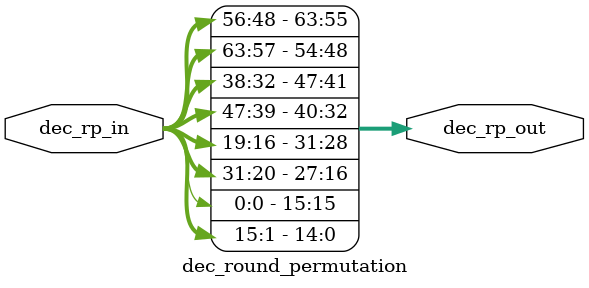
<source format=v>
`timescale 1ns/1ps


module dec_round_permutation(
    input [63:0] dec_rp_in,
    output [63:0] dec_rp_out
);



// circular right shift by 9
assign dec_rp_out[63:48] = {dec_rp_in[56:48], dec_rp_in[63:57]};


// circular right shift by 7
assign dec_rp_out[47:32] = {dec_rp_in[38:32], dec_rp_in[47:39]};


// circular right shift by 4
assign dec_rp_out[31:16] = {dec_rp_in[19:16], dec_rp_in[31:20]};


// circular right shift by 1
assign dec_rp_out[15:0] = {dec_rp_in[0], dec_rp_in[15:1]};


endmodule

</source>
